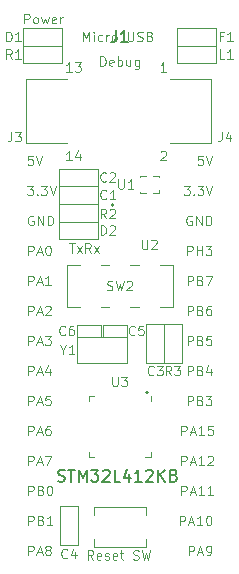
<source format=gto>
G04 #@! TF.GenerationSoftware,KiCad,Pcbnew,(6.0.9)*
G04 #@! TF.CreationDate,2022-12-10T19:39:28+09:00*
G04 #@! TF.ProjectId,EB-STM32L412KB,45422d53-544d-4333-924c-3431324b422e,V2.0*
G04 #@! TF.SameCoordinates,Original*
G04 #@! TF.FileFunction,Legend,Top*
G04 #@! TF.FilePolarity,Positive*
%FSLAX46Y46*%
G04 Gerber Fmt 4.6, Leading zero omitted, Abs format (unit mm)*
G04 Created by KiCad (PCBNEW (6.0.9)) date 2022-12-10 19:39:28*
%MOMM*%
%LPD*%
G01*
G04 APERTURE LIST*
%ADD10C,0.120000*%
%ADD11C,0.150000*%
%ADD12C,0.200000*%
G04 APERTURE END LIST*
D10*
X-2233333Y-33761904D02*
X-2500000Y-33380952D01*
X-2690476Y-33761904D02*
X-2690476Y-32961904D01*
X-2385714Y-32961904D01*
X-2309523Y-33000000D01*
X-2271428Y-33038095D01*
X-2233333Y-33114285D01*
X-2233333Y-33228571D01*
X-2271428Y-33304761D01*
X-2309523Y-33342857D01*
X-2385714Y-33380952D01*
X-2690476Y-33380952D01*
X-1585714Y-33723809D02*
X-1661904Y-33761904D01*
X-1814285Y-33761904D01*
X-1890476Y-33723809D01*
X-1928571Y-33647619D01*
X-1928571Y-33342857D01*
X-1890476Y-33266666D01*
X-1814285Y-33228571D01*
X-1661904Y-33228571D01*
X-1585714Y-33266666D01*
X-1547619Y-33342857D01*
X-1547619Y-33419047D01*
X-1928571Y-33495238D01*
X-1242857Y-33723809D02*
X-1166666Y-33761904D01*
X-1014285Y-33761904D01*
X-938095Y-33723809D01*
X-900000Y-33647619D01*
X-900000Y-33609523D01*
X-938095Y-33533333D01*
X-1014285Y-33495238D01*
X-1128571Y-33495238D01*
X-1204761Y-33457142D01*
X-1242857Y-33380952D01*
X-1242857Y-33342857D01*
X-1204761Y-33266666D01*
X-1128571Y-33228571D01*
X-1014285Y-33228571D01*
X-938095Y-33266666D01*
X-252380Y-33723809D02*
X-328571Y-33761904D01*
X-480952Y-33761904D01*
X-557142Y-33723809D01*
X-595238Y-33647619D01*
X-595238Y-33342857D01*
X-557142Y-33266666D01*
X-480952Y-33228571D01*
X-328571Y-33228571D01*
X-252380Y-33266666D01*
X-214285Y-33342857D01*
X-214285Y-33419047D01*
X-595238Y-33495238D01*
X14285Y-33228571D02*
X319047Y-33228571D01*
X128571Y-32961904D02*
X128571Y-33647619D01*
X166666Y-33723809D01*
X242857Y-33761904D01*
X319047Y-33761904D01*
X1157142Y-33723809D02*
X1271428Y-33761904D01*
X1461904Y-33761904D01*
X1538095Y-33723809D01*
X1576190Y-33685714D01*
X1614285Y-33609523D01*
X1614285Y-33533333D01*
X1576190Y-33457142D01*
X1538095Y-33419047D01*
X1461904Y-33380952D01*
X1309523Y-33342857D01*
X1233333Y-33304761D01*
X1195238Y-33266666D01*
X1157142Y-33190476D01*
X1157142Y-33114285D01*
X1195238Y-33038095D01*
X1233333Y-33000000D01*
X1309523Y-32961904D01*
X1499999Y-32961904D01*
X1614285Y-33000000D01*
X1880952Y-32961904D02*
X2071428Y-33761904D01*
X2223809Y-33190476D01*
X2376190Y-33761904D01*
X2566666Y-32961904D01*
X-8080952Y11638095D02*
X-8080952Y12438095D01*
X-7776190Y12438095D01*
X-7700000Y12400000D01*
X-7661904Y12361904D01*
X-7623809Y12285714D01*
X-7623809Y12171428D01*
X-7661904Y12095238D01*
X-7700000Y12057142D01*
X-7776190Y12019047D01*
X-8080952Y12019047D01*
X-7166666Y11638095D02*
X-7242857Y11676190D01*
X-7280952Y11714285D01*
X-7319047Y11790476D01*
X-7319047Y12019047D01*
X-7280952Y12095238D01*
X-7242857Y12133333D01*
X-7166666Y12171428D01*
X-7052380Y12171428D01*
X-6976190Y12133333D01*
X-6938095Y12095238D01*
X-6900000Y12019047D01*
X-6900000Y11790476D01*
X-6938095Y11714285D01*
X-6976190Y11676190D01*
X-7052380Y11638095D01*
X-7166666Y11638095D01*
X-6633333Y12171428D02*
X-6480952Y11638095D01*
X-6328571Y12019047D01*
X-6176190Y11638095D01*
X-6023809Y12171428D01*
X-5414285Y11676190D02*
X-5490476Y11638095D01*
X-5642857Y11638095D01*
X-5719047Y11676190D01*
X-5757142Y11752380D01*
X-5757142Y12057142D01*
X-5719047Y12133333D01*
X-5642857Y12171428D01*
X-5490476Y12171428D01*
X-5414285Y12133333D01*
X-5376190Y12057142D01*
X-5376190Y11980952D01*
X-5757142Y11904761D01*
X-5033333Y11638095D02*
X-5033333Y12171428D01*
X-5033333Y12019047D02*
X-4995238Y12095238D01*
X-4957142Y12133333D01*
X-4880952Y12171428D01*
X-4804761Y12171428D01*
X-4276190Y-6961904D02*
X-3819047Y-6961904D01*
X-4047619Y-7761904D02*
X-4047619Y-6961904D01*
X-3628571Y-7761904D02*
X-3209523Y-7228571D01*
X-3628571Y-7228571D02*
X-3209523Y-7761904D01*
X-2447619Y-7761904D02*
X-2714285Y-7380952D01*
X-2904761Y-7761904D02*
X-2904761Y-6961904D01*
X-2600000Y-6961904D01*
X-2523809Y-7000000D01*
X-2485714Y-7038095D01*
X-2447619Y-7114285D01*
X-2447619Y-7228571D01*
X-2485714Y-7304761D01*
X-2523809Y-7342857D01*
X-2600000Y-7380952D01*
X-2904761Y-7380952D01*
X-2180952Y-7761904D02*
X-1761904Y-7228571D01*
X-2180952Y-7228571D02*
X-1761904Y-7761904D01*
X-7351571Y438095D02*
X-7732523Y438095D01*
X-7770619Y57142D01*
X-7732523Y95238D01*
X-7656333Y133333D01*
X-7465857Y133333D01*
X-7389666Y95238D01*
X-7351571Y57142D01*
X-7313476Y-19047D01*
X-7313476Y-209523D01*
X-7351571Y-285714D01*
X-7389666Y-323809D01*
X-7465857Y-361904D01*
X-7656333Y-361904D01*
X-7732523Y-323809D01*
X-7770619Y-285714D01*
X-7084904Y438095D02*
X-6818238Y-361904D01*
X-6551571Y438095D01*
X-7808714Y-2101904D02*
X-7313476Y-2101904D01*
X-7580142Y-2406666D01*
X-7465857Y-2406666D01*
X-7389666Y-2444761D01*
X-7351571Y-2482857D01*
X-7313476Y-2559047D01*
X-7313476Y-2749523D01*
X-7351571Y-2825714D01*
X-7389666Y-2863809D01*
X-7465857Y-2901904D01*
X-7694428Y-2901904D01*
X-7770619Y-2863809D01*
X-7808714Y-2825714D01*
X-6970619Y-2825714D02*
X-6932523Y-2863809D01*
X-6970619Y-2901904D01*
X-7008714Y-2863809D01*
X-6970619Y-2825714D01*
X-6970619Y-2901904D01*
X-6665857Y-2101904D02*
X-6170619Y-2101904D01*
X-6437285Y-2406666D01*
X-6323000Y-2406666D01*
X-6246809Y-2444761D01*
X-6208714Y-2482857D01*
X-6170619Y-2559047D01*
X-6170619Y-2749523D01*
X-6208714Y-2825714D01*
X-6246809Y-2863809D01*
X-6323000Y-2901904D01*
X-6551571Y-2901904D01*
X-6627761Y-2863809D01*
X-6665857Y-2825714D01*
X-5942047Y-2101904D02*
X-5675380Y-2901904D01*
X-5408714Y-2101904D01*
X-7313476Y-4680000D02*
X-7389666Y-4641904D01*
X-7503952Y-4641904D01*
X-7618238Y-4680000D01*
X-7694428Y-4756190D01*
X-7732523Y-4832380D01*
X-7770619Y-4984761D01*
X-7770619Y-5099047D01*
X-7732523Y-5251428D01*
X-7694428Y-5327619D01*
X-7618238Y-5403809D01*
X-7503952Y-5441904D01*
X-7427761Y-5441904D01*
X-7313476Y-5403809D01*
X-7275380Y-5365714D01*
X-7275380Y-5099047D01*
X-7427761Y-5099047D01*
X-6932523Y-5441904D02*
X-6932523Y-4641904D01*
X-6475380Y-5441904D01*
X-6475380Y-4641904D01*
X-6094428Y-5441904D02*
X-6094428Y-4641904D01*
X-5903952Y-4641904D01*
X-5789666Y-4680000D01*
X-5713476Y-4756190D01*
X-5675380Y-4832380D01*
X-5637285Y-4984761D01*
X-5637285Y-5099047D01*
X-5675380Y-5251428D01*
X-5713476Y-5327619D01*
X-5789666Y-5403809D01*
X-5903952Y-5441904D01*
X-6094428Y-5441904D01*
X-7732523Y-7981904D02*
X-7732523Y-7181904D01*
X-7427761Y-7181904D01*
X-7351571Y-7220000D01*
X-7313476Y-7258095D01*
X-7275380Y-7334285D01*
X-7275380Y-7448571D01*
X-7313476Y-7524761D01*
X-7351571Y-7562857D01*
X-7427761Y-7600952D01*
X-7732523Y-7600952D01*
X-6970619Y-7753333D02*
X-6589666Y-7753333D01*
X-7046809Y-7981904D02*
X-6780142Y-7181904D01*
X-6513476Y-7981904D01*
X-6094428Y-7181904D02*
X-6018238Y-7181904D01*
X-5942047Y-7220000D01*
X-5903952Y-7258095D01*
X-5865857Y-7334285D01*
X-5827761Y-7486666D01*
X-5827761Y-7677142D01*
X-5865857Y-7829523D01*
X-5903952Y-7905714D01*
X-5942047Y-7943809D01*
X-6018238Y-7981904D01*
X-6094428Y-7981904D01*
X-6170619Y-7943809D01*
X-6208714Y-7905714D01*
X-6246809Y-7829523D01*
X-6284904Y-7677142D01*
X-6284904Y-7486666D01*
X-6246809Y-7334285D01*
X-6208714Y-7258095D01*
X-6170619Y-7220000D01*
X-6094428Y-7181904D01*
X-7732523Y-10521904D02*
X-7732523Y-9721904D01*
X-7427761Y-9721904D01*
X-7351571Y-9760000D01*
X-7313476Y-9798095D01*
X-7275380Y-9874285D01*
X-7275380Y-9988571D01*
X-7313476Y-10064761D01*
X-7351571Y-10102857D01*
X-7427761Y-10140952D01*
X-7732523Y-10140952D01*
X-6970619Y-10293333D02*
X-6589666Y-10293333D01*
X-7046809Y-10521904D02*
X-6780142Y-9721904D01*
X-6513476Y-10521904D01*
X-5827761Y-10521904D02*
X-6284904Y-10521904D01*
X-6056333Y-10521904D02*
X-6056333Y-9721904D01*
X-6132523Y-9836190D01*
X-6208714Y-9912380D01*
X-6284904Y-9950476D01*
X-7732523Y-13061904D02*
X-7732523Y-12261904D01*
X-7427761Y-12261904D01*
X-7351571Y-12300000D01*
X-7313476Y-12338095D01*
X-7275380Y-12414285D01*
X-7275380Y-12528571D01*
X-7313476Y-12604761D01*
X-7351571Y-12642857D01*
X-7427761Y-12680952D01*
X-7732523Y-12680952D01*
X-6970619Y-12833333D02*
X-6589666Y-12833333D01*
X-7046809Y-13061904D02*
X-6780142Y-12261904D01*
X-6513476Y-13061904D01*
X-6284904Y-12338095D02*
X-6246809Y-12300000D01*
X-6170619Y-12261904D01*
X-5980142Y-12261904D01*
X-5903952Y-12300000D01*
X-5865857Y-12338095D01*
X-5827761Y-12414285D01*
X-5827761Y-12490476D01*
X-5865857Y-12604761D01*
X-6323000Y-13061904D01*
X-5827761Y-13061904D01*
X-7732523Y-15601904D02*
X-7732523Y-14801904D01*
X-7427761Y-14801904D01*
X-7351571Y-14840000D01*
X-7313476Y-14878095D01*
X-7275380Y-14954285D01*
X-7275380Y-15068571D01*
X-7313476Y-15144761D01*
X-7351571Y-15182857D01*
X-7427761Y-15220952D01*
X-7732523Y-15220952D01*
X-6970619Y-15373333D02*
X-6589666Y-15373333D01*
X-7046809Y-15601904D02*
X-6780142Y-14801904D01*
X-6513476Y-15601904D01*
X-6323000Y-14801904D02*
X-5827761Y-14801904D01*
X-6094428Y-15106666D01*
X-5980142Y-15106666D01*
X-5903952Y-15144761D01*
X-5865857Y-15182857D01*
X-5827761Y-15259047D01*
X-5827761Y-15449523D01*
X-5865857Y-15525714D01*
X-5903952Y-15563809D01*
X-5980142Y-15601904D01*
X-6208714Y-15601904D01*
X-6284904Y-15563809D01*
X-6323000Y-15525714D01*
X-7732523Y-18141904D02*
X-7732523Y-17341904D01*
X-7427761Y-17341904D01*
X-7351571Y-17380000D01*
X-7313476Y-17418095D01*
X-7275380Y-17494285D01*
X-7275380Y-17608571D01*
X-7313476Y-17684761D01*
X-7351571Y-17722857D01*
X-7427761Y-17760952D01*
X-7732523Y-17760952D01*
X-6970619Y-17913333D02*
X-6589666Y-17913333D01*
X-7046809Y-18141904D02*
X-6780142Y-17341904D01*
X-6513476Y-18141904D01*
X-5903952Y-17608571D02*
X-5903952Y-18141904D01*
X-6094428Y-17303809D02*
X-6284904Y-17875238D01*
X-5789666Y-17875238D01*
X-7732523Y-20681904D02*
X-7732523Y-19881904D01*
X-7427761Y-19881904D01*
X-7351571Y-19920000D01*
X-7313476Y-19958095D01*
X-7275380Y-20034285D01*
X-7275380Y-20148571D01*
X-7313476Y-20224761D01*
X-7351571Y-20262857D01*
X-7427761Y-20300952D01*
X-7732523Y-20300952D01*
X-6970619Y-20453333D02*
X-6589666Y-20453333D01*
X-7046809Y-20681904D02*
X-6780142Y-19881904D01*
X-6513476Y-20681904D01*
X-5865857Y-19881904D02*
X-6246809Y-19881904D01*
X-6284904Y-20262857D01*
X-6246809Y-20224761D01*
X-6170619Y-20186666D01*
X-5980142Y-20186666D01*
X-5903952Y-20224761D01*
X-5865857Y-20262857D01*
X-5827761Y-20339047D01*
X-5827761Y-20529523D01*
X-5865857Y-20605714D01*
X-5903952Y-20643809D01*
X-5980142Y-20681904D01*
X-6170619Y-20681904D01*
X-6246809Y-20643809D01*
X-6284904Y-20605714D01*
X-7732523Y-23221904D02*
X-7732523Y-22421904D01*
X-7427761Y-22421904D01*
X-7351571Y-22460000D01*
X-7313476Y-22498095D01*
X-7275380Y-22574285D01*
X-7275380Y-22688571D01*
X-7313476Y-22764761D01*
X-7351571Y-22802857D01*
X-7427761Y-22840952D01*
X-7732523Y-22840952D01*
X-6970619Y-22993333D02*
X-6589666Y-22993333D01*
X-7046809Y-23221904D02*
X-6780142Y-22421904D01*
X-6513476Y-23221904D01*
X-5903952Y-22421904D02*
X-6056333Y-22421904D01*
X-6132523Y-22460000D01*
X-6170619Y-22498095D01*
X-6246809Y-22612380D01*
X-6284904Y-22764761D01*
X-6284904Y-23069523D01*
X-6246809Y-23145714D01*
X-6208714Y-23183809D01*
X-6132523Y-23221904D01*
X-5980142Y-23221904D01*
X-5903952Y-23183809D01*
X-5865857Y-23145714D01*
X-5827761Y-23069523D01*
X-5827761Y-22879047D01*
X-5865857Y-22802857D01*
X-5903952Y-22764761D01*
X-5980142Y-22726666D01*
X-6132523Y-22726666D01*
X-6208714Y-22764761D01*
X-6246809Y-22802857D01*
X-6284904Y-22879047D01*
X-7732523Y-25761904D02*
X-7732523Y-24961904D01*
X-7427761Y-24961904D01*
X-7351571Y-25000000D01*
X-7313476Y-25038095D01*
X-7275380Y-25114285D01*
X-7275380Y-25228571D01*
X-7313476Y-25304761D01*
X-7351571Y-25342857D01*
X-7427761Y-25380952D01*
X-7732523Y-25380952D01*
X-6970619Y-25533333D02*
X-6589666Y-25533333D01*
X-7046809Y-25761904D02*
X-6780142Y-24961904D01*
X-6513476Y-25761904D01*
X-6323000Y-24961904D02*
X-5789666Y-24961904D01*
X-6132523Y-25761904D01*
X-7732523Y-28301904D02*
X-7732523Y-27501904D01*
X-7427761Y-27501904D01*
X-7351571Y-27540000D01*
X-7313476Y-27578095D01*
X-7275380Y-27654285D01*
X-7275380Y-27768571D01*
X-7313476Y-27844761D01*
X-7351571Y-27882857D01*
X-7427761Y-27920952D01*
X-7732523Y-27920952D01*
X-6665857Y-27882857D02*
X-6551571Y-27920952D01*
X-6513476Y-27959047D01*
X-6475380Y-28035238D01*
X-6475380Y-28149523D01*
X-6513476Y-28225714D01*
X-6551571Y-28263809D01*
X-6627761Y-28301904D01*
X-6932523Y-28301904D01*
X-6932523Y-27501904D01*
X-6665857Y-27501904D01*
X-6589666Y-27540000D01*
X-6551571Y-27578095D01*
X-6513476Y-27654285D01*
X-6513476Y-27730476D01*
X-6551571Y-27806666D01*
X-6589666Y-27844761D01*
X-6665857Y-27882857D01*
X-6932523Y-27882857D01*
X-5980142Y-27501904D02*
X-5903952Y-27501904D01*
X-5827761Y-27540000D01*
X-5789666Y-27578095D01*
X-5751571Y-27654285D01*
X-5713476Y-27806666D01*
X-5713476Y-27997142D01*
X-5751571Y-28149523D01*
X-5789666Y-28225714D01*
X-5827761Y-28263809D01*
X-5903952Y-28301904D01*
X-5980142Y-28301904D01*
X-6056333Y-28263809D01*
X-6094428Y-28225714D01*
X-6132523Y-28149523D01*
X-6170619Y-27997142D01*
X-6170619Y-27806666D01*
X-6132523Y-27654285D01*
X-6094428Y-27578095D01*
X-6056333Y-27540000D01*
X-5980142Y-27501904D01*
X-7732523Y-30841904D02*
X-7732523Y-30041904D01*
X-7427761Y-30041904D01*
X-7351571Y-30080000D01*
X-7313476Y-30118095D01*
X-7275380Y-30194285D01*
X-7275380Y-30308571D01*
X-7313476Y-30384761D01*
X-7351571Y-30422857D01*
X-7427761Y-30460952D01*
X-7732523Y-30460952D01*
X-6665857Y-30422857D02*
X-6551571Y-30460952D01*
X-6513476Y-30499047D01*
X-6475380Y-30575238D01*
X-6475380Y-30689523D01*
X-6513476Y-30765714D01*
X-6551571Y-30803809D01*
X-6627761Y-30841904D01*
X-6932523Y-30841904D01*
X-6932523Y-30041904D01*
X-6665857Y-30041904D01*
X-6589666Y-30080000D01*
X-6551571Y-30118095D01*
X-6513476Y-30194285D01*
X-6513476Y-30270476D01*
X-6551571Y-30346666D01*
X-6589666Y-30384761D01*
X-6665857Y-30422857D01*
X-6932523Y-30422857D01*
X-5713476Y-30841904D02*
X-6170619Y-30841904D01*
X-5942047Y-30841904D02*
X-5942047Y-30041904D01*
X-6018238Y-30156190D01*
X-6094428Y-30232380D01*
X-6170619Y-30270476D01*
X-7732523Y-33381904D02*
X-7732523Y-32581904D01*
X-7427761Y-32581904D01*
X-7351571Y-32620000D01*
X-7313476Y-32658095D01*
X-7275380Y-32734285D01*
X-7275380Y-32848571D01*
X-7313476Y-32924761D01*
X-7351571Y-32962857D01*
X-7427761Y-33000952D01*
X-7732523Y-33000952D01*
X-6970619Y-33153333D02*
X-6589666Y-33153333D01*
X-7046809Y-33381904D02*
X-6780142Y-32581904D01*
X-6513476Y-33381904D01*
X-6132523Y-32924761D02*
X-6208714Y-32886666D01*
X-6246809Y-32848571D01*
X-6284904Y-32772380D01*
X-6284904Y-32734285D01*
X-6246809Y-32658095D01*
X-6208714Y-32620000D01*
X-6132523Y-32581904D01*
X-5980142Y-32581904D01*
X-5903952Y-32620000D01*
X-5865857Y-32658095D01*
X-5827761Y-32734285D01*
X-5827761Y-32772380D01*
X-5865857Y-32848571D01*
X-5903952Y-32886666D01*
X-5980142Y-32924761D01*
X-6132523Y-32924761D01*
X-6208714Y-32962857D01*
X-6246809Y-33000952D01*
X-6284904Y-33077142D01*
X-6284904Y-33229523D01*
X-6246809Y-33305714D01*
X-6208714Y-33343809D01*
X-6132523Y-33381904D01*
X-5980142Y-33381904D01*
X-5903952Y-33343809D01*
X-5865857Y-33305714D01*
X-5827761Y-33229523D01*
X-5827761Y-33077142D01*
X-5865857Y-33000952D01*
X-5903952Y-32962857D01*
X-5980142Y-32924761D01*
X5865857Y-33381904D02*
X5865857Y-32581904D01*
X6170619Y-32581904D01*
X6246809Y-32620000D01*
X6284904Y-32658095D01*
X6323000Y-32734285D01*
X6323000Y-32848571D01*
X6284904Y-32924761D01*
X6246809Y-32962857D01*
X6170619Y-33000952D01*
X5865857Y-33000952D01*
X6627761Y-33153333D02*
X7008714Y-33153333D01*
X6551571Y-33381904D02*
X6818238Y-32581904D01*
X7084904Y-33381904D01*
X7389666Y-33381904D02*
X7542047Y-33381904D01*
X7618238Y-33343809D01*
X7656333Y-33305714D01*
X7732523Y-33191428D01*
X7770619Y-33039047D01*
X7770619Y-32734285D01*
X7732523Y-32658095D01*
X7694428Y-32620000D01*
X7618238Y-32581904D01*
X7465857Y-32581904D01*
X7389666Y-32620000D01*
X7351571Y-32658095D01*
X7313476Y-32734285D01*
X7313476Y-32924761D01*
X7351571Y-33000952D01*
X7389666Y-33039047D01*
X7465857Y-33077142D01*
X7618238Y-33077142D01*
X7694428Y-33039047D01*
X7732523Y-33000952D01*
X7770619Y-32924761D01*
X5103952Y-30841904D02*
X5103952Y-30041904D01*
X5408714Y-30041904D01*
X5484904Y-30080000D01*
X5523000Y-30118095D01*
X5561095Y-30194285D01*
X5561095Y-30308571D01*
X5523000Y-30384761D01*
X5484904Y-30422857D01*
X5408714Y-30460952D01*
X5103952Y-30460952D01*
X5865857Y-30613333D02*
X6246809Y-30613333D01*
X5789666Y-30841904D02*
X6056333Y-30041904D01*
X6323000Y-30841904D01*
X7008714Y-30841904D02*
X6551571Y-30841904D01*
X6780142Y-30841904D02*
X6780142Y-30041904D01*
X6703952Y-30156190D01*
X6627761Y-30232380D01*
X6551571Y-30270476D01*
X7503952Y-30041904D02*
X7580142Y-30041904D01*
X7656333Y-30080000D01*
X7694428Y-30118095D01*
X7732523Y-30194285D01*
X7770619Y-30346666D01*
X7770619Y-30537142D01*
X7732523Y-30689523D01*
X7694428Y-30765714D01*
X7656333Y-30803809D01*
X7580142Y-30841904D01*
X7503952Y-30841904D01*
X7427761Y-30803809D01*
X7389666Y-30765714D01*
X7351571Y-30689523D01*
X7313476Y-30537142D01*
X7313476Y-30346666D01*
X7351571Y-30194285D01*
X7389666Y-30118095D01*
X7427761Y-30080000D01*
X7503952Y-30041904D01*
X5230952Y-28301904D02*
X5230952Y-27501904D01*
X5535714Y-27501904D01*
X5611904Y-27540000D01*
X5650000Y-27578095D01*
X5688095Y-27654285D01*
X5688095Y-27768571D01*
X5650000Y-27844761D01*
X5611904Y-27882857D01*
X5535714Y-27920952D01*
X5230952Y-27920952D01*
X5992857Y-28073333D02*
X6373809Y-28073333D01*
X5916666Y-28301904D02*
X6183333Y-27501904D01*
X6450000Y-28301904D01*
X7135714Y-28301904D02*
X6678571Y-28301904D01*
X6907142Y-28301904D02*
X6907142Y-27501904D01*
X6830952Y-27616190D01*
X6754761Y-27692380D01*
X6678571Y-27730476D01*
X7897619Y-28301904D02*
X7440476Y-28301904D01*
X7669047Y-28301904D02*
X7669047Y-27501904D01*
X7592857Y-27616190D01*
X7516666Y-27692380D01*
X7440476Y-27730476D01*
X5230952Y-25761904D02*
X5230952Y-24961904D01*
X5535714Y-24961904D01*
X5611904Y-25000000D01*
X5650000Y-25038095D01*
X5688095Y-25114285D01*
X5688095Y-25228571D01*
X5650000Y-25304761D01*
X5611904Y-25342857D01*
X5535714Y-25380952D01*
X5230952Y-25380952D01*
X5992857Y-25533333D02*
X6373809Y-25533333D01*
X5916666Y-25761904D02*
X6183333Y-24961904D01*
X6450000Y-25761904D01*
X7135714Y-25761904D02*
X6678571Y-25761904D01*
X6907142Y-25761904D02*
X6907142Y-24961904D01*
X6830952Y-25076190D01*
X6754761Y-25152380D01*
X6678571Y-25190476D01*
X7440476Y-25038095D02*
X7478571Y-25000000D01*
X7554761Y-24961904D01*
X7745238Y-24961904D01*
X7821428Y-25000000D01*
X7859523Y-25038095D01*
X7897619Y-25114285D01*
X7897619Y-25190476D01*
X7859523Y-25304761D01*
X7402380Y-25761904D01*
X7897619Y-25761904D01*
X5230952Y-23221904D02*
X5230952Y-22421904D01*
X5535714Y-22421904D01*
X5611904Y-22460000D01*
X5650000Y-22498095D01*
X5688095Y-22574285D01*
X5688095Y-22688571D01*
X5650000Y-22764761D01*
X5611904Y-22802857D01*
X5535714Y-22840952D01*
X5230952Y-22840952D01*
X5992857Y-22993333D02*
X6373809Y-22993333D01*
X5916666Y-23221904D02*
X6183333Y-22421904D01*
X6450000Y-23221904D01*
X7135714Y-23221904D02*
X6678571Y-23221904D01*
X6907142Y-23221904D02*
X6907142Y-22421904D01*
X6830952Y-22536190D01*
X6754761Y-22612380D01*
X6678571Y-22650476D01*
X7859523Y-22421904D02*
X7478571Y-22421904D01*
X7440476Y-22802857D01*
X7478571Y-22764761D01*
X7554761Y-22726666D01*
X7745238Y-22726666D01*
X7821428Y-22764761D01*
X7859523Y-22802857D01*
X7897619Y-22879047D01*
X7897619Y-23069523D01*
X7859523Y-23145714D01*
X7821428Y-23183809D01*
X7745238Y-23221904D01*
X7554761Y-23221904D01*
X7478571Y-23183809D01*
X7440476Y-23145714D01*
X5751571Y-20681904D02*
X5751571Y-19881904D01*
X6056333Y-19881904D01*
X6132523Y-19920000D01*
X6170619Y-19958095D01*
X6208714Y-20034285D01*
X6208714Y-20148571D01*
X6170619Y-20224761D01*
X6132523Y-20262857D01*
X6056333Y-20300952D01*
X5751571Y-20300952D01*
X6818238Y-20262857D02*
X6932523Y-20300952D01*
X6970619Y-20339047D01*
X7008714Y-20415238D01*
X7008714Y-20529523D01*
X6970619Y-20605714D01*
X6932523Y-20643809D01*
X6856333Y-20681904D01*
X6551571Y-20681904D01*
X6551571Y-19881904D01*
X6818238Y-19881904D01*
X6894428Y-19920000D01*
X6932523Y-19958095D01*
X6970619Y-20034285D01*
X6970619Y-20110476D01*
X6932523Y-20186666D01*
X6894428Y-20224761D01*
X6818238Y-20262857D01*
X6551571Y-20262857D01*
X7275380Y-19881904D02*
X7770619Y-19881904D01*
X7503952Y-20186666D01*
X7618238Y-20186666D01*
X7694428Y-20224761D01*
X7732523Y-20262857D01*
X7770619Y-20339047D01*
X7770619Y-20529523D01*
X7732523Y-20605714D01*
X7694428Y-20643809D01*
X7618238Y-20681904D01*
X7389666Y-20681904D01*
X7313476Y-20643809D01*
X7275380Y-20605714D01*
X5751571Y-18141904D02*
X5751571Y-17341904D01*
X6056333Y-17341904D01*
X6132523Y-17380000D01*
X6170619Y-17418095D01*
X6208714Y-17494285D01*
X6208714Y-17608571D01*
X6170619Y-17684761D01*
X6132523Y-17722857D01*
X6056333Y-17760952D01*
X5751571Y-17760952D01*
X6818238Y-17722857D02*
X6932523Y-17760952D01*
X6970619Y-17799047D01*
X7008714Y-17875238D01*
X7008714Y-17989523D01*
X6970619Y-18065714D01*
X6932523Y-18103809D01*
X6856333Y-18141904D01*
X6551571Y-18141904D01*
X6551571Y-17341904D01*
X6818238Y-17341904D01*
X6894428Y-17380000D01*
X6932523Y-17418095D01*
X6970619Y-17494285D01*
X6970619Y-17570476D01*
X6932523Y-17646666D01*
X6894428Y-17684761D01*
X6818238Y-17722857D01*
X6551571Y-17722857D01*
X7694428Y-17608571D02*
X7694428Y-18141904D01*
X7503952Y-17303809D02*
X7313476Y-17875238D01*
X7808714Y-17875238D01*
X5751571Y-15601904D02*
X5751571Y-14801904D01*
X6056333Y-14801904D01*
X6132523Y-14840000D01*
X6170619Y-14878095D01*
X6208714Y-14954285D01*
X6208714Y-15068571D01*
X6170619Y-15144761D01*
X6132523Y-15182857D01*
X6056333Y-15220952D01*
X5751571Y-15220952D01*
X6818238Y-15182857D02*
X6932523Y-15220952D01*
X6970619Y-15259047D01*
X7008714Y-15335238D01*
X7008714Y-15449523D01*
X6970619Y-15525714D01*
X6932523Y-15563809D01*
X6856333Y-15601904D01*
X6551571Y-15601904D01*
X6551571Y-14801904D01*
X6818238Y-14801904D01*
X6894428Y-14840000D01*
X6932523Y-14878095D01*
X6970619Y-14954285D01*
X6970619Y-15030476D01*
X6932523Y-15106666D01*
X6894428Y-15144761D01*
X6818238Y-15182857D01*
X6551571Y-15182857D01*
X7732523Y-14801904D02*
X7351571Y-14801904D01*
X7313476Y-15182857D01*
X7351571Y-15144761D01*
X7427761Y-15106666D01*
X7618238Y-15106666D01*
X7694428Y-15144761D01*
X7732523Y-15182857D01*
X7770619Y-15259047D01*
X7770619Y-15449523D01*
X7732523Y-15525714D01*
X7694428Y-15563809D01*
X7618238Y-15601904D01*
X7427761Y-15601904D01*
X7351571Y-15563809D01*
X7313476Y-15525714D01*
X5713476Y-7981904D02*
X5713476Y-7181904D01*
X6018238Y-7181904D01*
X6094428Y-7220000D01*
X6132523Y-7258095D01*
X6170619Y-7334285D01*
X6170619Y-7448571D01*
X6132523Y-7524761D01*
X6094428Y-7562857D01*
X6018238Y-7600952D01*
X5713476Y-7600952D01*
X6513476Y-7981904D02*
X6513476Y-7181904D01*
X6513476Y-7562857D02*
X6970619Y-7562857D01*
X6970619Y-7981904D02*
X6970619Y-7181904D01*
X7275380Y-7181904D02*
X7770619Y-7181904D01*
X7503952Y-7486666D01*
X7618238Y-7486666D01*
X7694428Y-7524761D01*
X7732523Y-7562857D01*
X7770619Y-7639047D01*
X7770619Y-7829523D01*
X7732523Y-7905714D01*
X7694428Y-7943809D01*
X7618238Y-7981904D01*
X7389666Y-7981904D01*
X7313476Y-7943809D01*
X7275380Y-7905714D01*
X6094428Y-4680000D02*
X6018238Y-4641904D01*
X5903952Y-4641904D01*
X5789666Y-4680000D01*
X5713476Y-4756190D01*
X5675380Y-4832380D01*
X5637285Y-4984761D01*
X5637285Y-5099047D01*
X5675380Y-5251428D01*
X5713476Y-5327619D01*
X5789666Y-5403809D01*
X5903952Y-5441904D01*
X5980142Y-5441904D01*
X6094428Y-5403809D01*
X6132523Y-5365714D01*
X6132523Y-5099047D01*
X5980142Y-5099047D01*
X6475380Y-5441904D02*
X6475380Y-4641904D01*
X6932523Y-5441904D01*
X6932523Y-4641904D01*
X7313476Y-5441904D02*
X7313476Y-4641904D01*
X7503952Y-4641904D01*
X7618238Y-4680000D01*
X7694428Y-4756190D01*
X7732523Y-4832380D01*
X7770619Y-4984761D01*
X7770619Y-5099047D01*
X7732523Y-5251428D01*
X7694428Y-5327619D01*
X7618238Y-5403809D01*
X7503952Y-5441904D01*
X7313476Y-5441904D01*
X5446809Y-2101904D02*
X5942047Y-2101904D01*
X5675380Y-2406666D01*
X5789666Y-2406666D01*
X5865857Y-2444761D01*
X5903952Y-2482857D01*
X5942047Y-2559047D01*
X5942047Y-2749523D01*
X5903952Y-2825714D01*
X5865857Y-2863809D01*
X5789666Y-2901904D01*
X5561095Y-2901904D01*
X5484904Y-2863809D01*
X5446809Y-2825714D01*
X6284904Y-2825714D02*
X6323000Y-2863809D01*
X6284904Y-2901904D01*
X6246809Y-2863809D01*
X6284904Y-2825714D01*
X6284904Y-2901904D01*
X6589666Y-2101904D02*
X7084904Y-2101904D01*
X6818238Y-2406666D01*
X6932523Y-2406666D01*
X7008714Y-2444761D01*
X7046809Y-2482857D01*
X7084904Y-2559047D01*
X7084904Y-2749523D01*
X7046809Y-2825714D01*
X7008714Y-2863809D01*
X6932523Y-2901904D01*
X6703952Y-2901904D01*
X6627761Y-2863809D01*
X6589666Y-2825714D01*
X7313476Y-2101904D02*
X7580142Y-2901904D01*
X7846809Y-2101904D01*
X7046809Y438095D02*
X6665857Y438095D01*
X6627761Y57142D01*
X6665857Y95238D01*
X6742047Y133333D01*
X6932523Y133333D01*
X7008714Y95238D01*
X7046809Y57142D01*
X7084904Y-19047D01*
X7084904Y-209523D01*
X7046809Y-285714D01*
X7008714Y-323809D01*
X6932523Y-361904D01*
X6742047Y-361904D01*
X6665857Y-323809D01*
X6627761Y-285714D01*
X7313476Y438095D02*
X7580142Y-361904D01*
X7846809Y438095D01*
X5751571Y-10521904D02*
X5751571Y-9721904D01*
X6056333Y-9721904D01*
X6132523Y-9760000D01*
X6170619Y-9798095D01*
X6208714Y-9874285D01*
X6208714Y-9988571D01*
X6170619Y-10064761D01*
X6132523Y-10102857D01*
X6056333Y-10140952D01*
X5751571Y-10140952D01*
X6818238Y-10102857D02*
X6932523Y-10140952D01*
X6970619Y-10179047D01*
X7008714Y-10255238D01*
X7008714Y-10369523D01*
X6970619Y-10445714D01*
X6932523Y-10483809D01*
X6856333Y-10521904D01*
X6551571Y-10521904D01*
X6551571Y-9721904D01*
X6818238Y-9721904D01*
X6894428Y-9760000D01*
X6932523Y-9798095D01*
X6970619Y-9874285D01*
X6970619Y-9950476D01*
X6932523Y-10026666D01*
X6894428Y-10064761D01*
X6818238Y-10102857D01*
X6551571Y-10102857D01*
X7275380Y-9721904D02*
X7808714Y-9721904D01*
X7465857Y-10521904D01*
D11*
X-5223809Y-27104761D02*
X-5080952Y-27152380D01*
X-4842857Y-27152380D01*
X-4747619Y-27104761D01*
X-4700000Y-27057142D01*
X-4652380Y-26961904D01*
X-4652380Y-26866666D01*
X-4700000Y-26771428D01*
X-4747619Y-26723809D01*
X-4842857Y-26676190D01*
X-5033333Y-26628571D01*
X-5128571Y-26580952D01*
X-5176190Y-26533333D01*
X-5223809Y-26438095D01*
X-5223809Y-26342857D01*
X-5176190Y-26247619D01*
X-5128571Y-26200000D01*
X-5033333Y-26152380D01*
X-4795238Y-26152380D01*
X-4652380Y-26200000D01*
X-4366666Y-26152380D02*
X-3795238Y-26152380D01*
X-4080952Y-27152380D02*
X-4080952Y-26152380D01*
X-3461904Y-27152380D02*
X-3461904Y-26152380D01*
X-3128571Y-26866666D01*
X-2795238Y-26152380D01*
X-2795238Y-27152380D01*
X-2414285Y-26152380D02*
X-1795238Y-26152380D01*
X-2128571Y-26533333D01*
X-1985714Y-26533333D01*
X-1890476Y-26580952D01*
X-1842857Y-26628571D01*
X-1795238Y-26723809D01*
X-1795238Y-26961904D01*
X-1842857Y-27057142D01*
X-1890476Y-27104761D01*
X-1985714Y-27152380D01*
X-2271428Y-27152380D01*
X-2366666Y-27104761D01*
X-2414285Y-27057142D01*
X-1414285Y-26247619D02*
X-1366666Y-26200000D01*
X-1271428Y-26152380D01*
X-1033333Y-26152380D01*
X-938095Y-26200000D01*
X-890476Y-26247619D01*
X-842857Y-26342857D01*
X-842857Y-26438095D01*
X-890476Y-26580952D01*
X-1461904Y-27152380D01*
X-842857Y-27152380D01*
X61904Y-27152380D02*
X-414285Y-27152380D01*
X-414285Y-26152380D01*
X823809Y-26485714D02*
X823809Y-27152380D01*
X585714Y-26104761D02*
X347619Y-26819047D01*
X966666Y-26819047D01*
X1871428Y-27152380D02*
X1299999Y-27152380D01*
X1585714Y-27152380D02*
X1585714Y-26152380D01*
X1490476Y-26295238D01*
X1395238Y-26390476D01*
X1299999Y-26438095D01*
X2252380Y-26247619D02*
X2299999Y-26200000D01*
X2395238Y-26152380D01*
X2633333Y-26152380D01*
X2728571Y-26200000D01*
X2776190Y-26247619D01*
X2823809Y-26342857D01*
X2823809Y-26438095D01*
X2776190Y-26580952D01*
X2204761Y-27152380D01*
X2823809Y-27152380D01*
X3252380Y-27152380D02*
X3252380Y-26152380D01*
X3823809Y-27152380D02*
X3395238Y-26580952D01*
X3823809Y-26152380D02*
X3252380Y-26723809D01*
X4585714Y-26628571D02*
X4728571Y-26676190D01*
X4776190Y-26723809D01*
X4823809Y-26819047D01*
X4823809Y-26961904D01*
X4776190Y-27057142D01*
X4728571Y-27104761D01*
X4633333Y-27152380D01*
X4252380Y-27152380D01*
X4252380Y-26152380D01*
X4585714Y-26152380D01*
X4680952Y-26200000D01*
X4728571Y-26247619D01*
X4776190Y-26342857D01*
X4776190Y-26438095D01*
X4728571Y-26533333D01*
X4680952Y-26580952D01*
X4585714Y-26628571D01*
X4252380Y-26628571D01*
D10*
X5751571Y-13061904D02*
X5751571Y-12261904D01*
X6056333Y-12261904D01*
X6132523Y-12300000D01*
X6170619Y-12338095D01*
X6208714Y-12414285D01*
X6208714Y-12528571D01*
X6170619Y-12604761D01*
X6132523Y-12642857D01*
X6056333Y-12680952D01*
X5751571Y-12680952D01*
X6818238Y-12642857D02*
X6932523Y-12680952D01*
X6970619Y-12719047D01*
X7008714Y-12795238D01*
X7008714Y-12909523D01*
X6970619Y-12985714D01*
X6932523Y-13023809D01*
X6856333Y-13061904D01*
X6551571Y-13061904D01*
X6551571Y-12261904D01*
X6818238Y-12261904D01*
X6894428Y-12300000D01*
X6932523Y-12338095D01*
X6970619Y-12414285D01*
X6970619Y-12490476D01*
X6932523Y-12566666D01*
X6894428Y-12604761D01*
X6818238Y-12642857D01*
X6551571Y-12642857D01*
X7694428Y-12261904D02*
X7542047Y-12261904D01*
X7465857Y-12300000D01*
X7427761Y-12338095D01*
X7351571Y-12452380D01*
X7313476Y-12604761D01*
X7313476Y-12909523D01*
X7351571Y-12985714D01*
X7389666Y-13023809D01*
X7465857Y-13061904D01*
X7618238Y-13061904D01*
X7694428Y-13023809D01*
X7732523Y-12985714D01*
X7770619Y-12909523D01*
X7770619Y-12719047D01*
X7732523Y-12642857D01*
X7694428Y-12604761D01*
X7618238Y-12566666D01*
X7465857Y-12566666D01*
X7389666Y-12604761D01*
X7351571Y-12642857D01*
X7313476Y-12719047D01*
X-3114285Y10138095D02*
X-3114285Y10938095D01*
X-2847619Y10366666D01*
X-2580952Y10938095D01*
X-2580952Y10138095D01*
X-2200000Y10138095D02*
X-2200000Y10671428D01*
X-2200000Y10938095D02*
X-2238095Y10900000D01*
X-2200000Y10861904D01*
X-2161904Y10900000D01*
X-2200000Y10938095D01*
X-2200000Y10861904D01*
X-1476190Y10176190D02*
X-1552380Y10138095D01*
X-1704761Y10138095D01*
X-1780952Y10176190D01*
X-1819047Y10214285D01*
X-1857142Y10290476D01*
X-1857142Y10519047D01*
X-1819047Y10595238D01*
X-1780952Y10633333D01*
X-1704761Y10671428D01*
X-1552380Y10671428D01*
X-1476190Y10633333D01*
X-1133333Y10138095D02*
X-1133333Y10671428D01*
X-1133333Y10519047D02*
X-1095238Y10595238D01*
X-1057142Y10633333D01*
X-980952Y10671428D01*
X-904761Y10671428D01*
X-523809Y10138095D02*
X-600000Y10176190D01*
X-638095Y10214285D01*
X-676190Y10290476D01*
X-676190Y10519047D01*
X-638095Y10595238D01*
X-600000Y10633333D01*
X-523809Y10671428D01*
X-409523Y10671428D01*
X-333333Y10633333D01*
X-295238Y10595238D01*
X-257142Y10519047D01*
X-257142Y10290476D01*
X-295238Y10214285D01*
X-333333Y10176190D01*
X-409523Y10138095D01*
X-523809Y10138095D01*
X695238Y10938095D02*
X695238Y10290476D01*
X733333Y10214285D01*
X771428Y10176190D01*
X847619Y10138095D01*
X1000000Y10138095D01*
X1076190Y10176190D01*
X1114285Y10214285D01*
X1152380Y10290476D01*
X1152380Y10938095D01*
X1495238Y10176190D02*
X1609523Y10138095D01*
X1800000Y10138095D01*
X1876190Y10176190D01*
X1914285Y10214285D01*
X1952380Y10290476D01*
X1952380Y10366666D01*
X1914285Y10442857D01*
X1876190Y10480952D01*
X1800000Y10519047D01*
X1647619Y10557142D01*
X1571428Y10595238D01*
X1533333Y10633333D01*
X1495238Y10709523D01*
X1495238Y10785714D01*
X1533333Y10861904D01*
X1571428Y10900000D01*
X1647619Y10938095D01*
X1838095Y10938095D01*
X1952380Y10900000D01*
X2561904Y10557142D02*
X2676190Y10519047D01*
X2714285Y10480952D01*
X2752380Y10404761D01*
X2752380Y10290476D01*
X2714285Y10214285D01*
X2676190Y10176190D01*
X2600000Y10138095D01*
X2295238Y10138095D01*
X2295238Y10938095D01*
X2561904Y10938095D01*
X2638095Y10900000D01*
X2676190Y10861904D01*
X2714285Y10785714D01*
X2714285Y10709523D01*
X2676190Y10633333D01*
X2638095Y10595238D01*
X2561904Y10557142D01*
X2295238Y10557142D01*
X-1638095Y8038095D02*
X-1638095Y8838095D01*
X-1447619Y8838095D01*
X-1333333Y8800000D01*
X-1257142Y8723809D01*
X-1219047Y8647619D01*
X-1180952Y8495238D01*
X-1180952Y8380952D01*
X-1219047Y8228571D01*
X-1257142Y8152380D01*
X-1333333Y8076190D01*
X-1447619Y8038095D01*
X-1638095Y8038095D01*
X-533333Y8076190D02*
X-609523Y8038095D01*
X-761904Y8038095D01*
X-838095Y8076190D01*
X-876190Y8152380D01*
X-876190Y8457142D01*
X-838095Y8533333D01*
X-761904Y8571428D01*
X-609523Y8571428D01*
X-533333Y8533333D01*
X-495238Y8457142D01*
X-495238Y8380952D01*
X-876190Y8304761D01*
X-152380Y8038095D02*
X-152380Y8838095D01*
X-152380Y8533333D02*
X-76190Y8571428D01*
X76190Y8571428D01*
X152380Y8533333D01*
X190476Y8495238D01*
X228571Y8419047D01*
X228571Y8190476D01*
X190476Y8114285D01*
X152380Y8076190D01*
X76190Y8038095D01*
X-76190Y8038095D01*
X-152380Y8076190D01*
X914285Y8571428D02*
X914285Y8038095D01*
X571428Y8571428D02*
X571428Y8152380D01*
X609523Y8076190D01*
X685714Y8038095D01*
X799999Y8038095D01*
X876190Y8076190D01*
X914285Y8114285D01*
X1638095Y8571428D02*
X1638095Y7923809D01*
X1599999Y7847619D01*
X1561904Y7809523D01*
X1485714Y7771428D01*
X1371428Y7771428D01*
X1295238Y7809523D01*
X1638095Y8076190D02*
X1561904Y8038095D01*
X1409523Y8038095D01*
X1333333Y8076190D01*
X1295238Y8114285D01*
X1257142Y8190476D01*
X1257142Y8419047D01*
X1295238Y8495238D01*
X1333333Y8533333D01*
X1409523Y8571428D01*
X1561904Y8571428D01*
X1638095Y8533333D01*
X-1133333Y-3185714D02*
X-1171428Y-3223809D01*
X-1285714Y-3261904D01*
X-1361904Y-3261904D01*
X-1476190Y-3223809D01*
X-1552380Y-3147619D01*
X-1590476Y-3071428D01*
X-1628571Y-2919047D01*
X-1628571Y-2804761D01*
X-1590476Y-2652380D01*
X-1552380Y-2576190D01*
X-1476190Y-2500000D01*
X-1361904Y-2461904D01*
X-1285714Y-2461904D01*
X-1171428Y-2500000D01*
X-1133333Y-2538095D01*
X-371428Y-3261904D02*
X-828571Y-3261904D01*
X-600000Y-3261904D02*
X-600000Y-2461904D01*
X-676190Y-2576190D01*
X-752380Y-2652380D01*
X-828571Y-2690476D01*
X-1133333Y-1685714D02*
X-1171428Y-1723809D01*
X-1285714Y-1761904D01*
X-1361904Y-1761904D01*
X-1476190Y-1723809D01*
X-1552380Y-1647619D01*
X-1590476Y-1571428D01*
X-1628571Y-1419047D01*
X-1628571Y-1304761D01*
X-1590476Y-1152380D01*
X-1552380Y-1076190D01*
X-1476190Y-1000000D01*
X-1361904Y-961904D01*
X-1285714Y-961904D01*
X-1171428Y-1000000D01*
X-1133333Y-1038095D01*
X-828571Y-1038095D02*
X-790476Y-1000000D01*
X-714285Y-961904D01*
X-523809Y-961904D01*
X-447619Y-1000000D01*
X-409523Y-1038095D01*
X-371428Y-1114285D01*
X-371428Y-1190476D01*
X-409523Y-1304761D01*
X-866666Y-1761904D01*
X-371428Y-1761904D01*
X2866666Y-18085714D02*
X2828571Y-18123809D01*
X2714285Y-18161904D01*
X2638095Y-18161904D01*
X2523809Y-18123809D01*
X2447619Y-18047619D01*
X2409523Y-17971428D01*
X2371428Y-17819047D01*
X2371428Y-17704761D01*
X2409523Y-17552380D01*
X2447619Y-17476190D01*
X2523809Y-17400000D01*
X2638095Y-17361904D01*
X2714285Y-17361904D01*
X2828571Y-17400000D01*
X2866666Y-17438095D01*
X3133333Y-17361904D02*
X3628571Y-17361904D01*
X3361904Y-17666666D01*
X3476190Y-17666666D01*
X3552380Y-17704761D01*
X3590476Y-17742857D01*
X3628571Y-17819047D01*
X3628571Y-18009523D01*
X3590476Y-18085714D01*
X3552380Y-18123809D01*
X3476190Y-18161904D01*
X3247619Y-18161904D01*
X3171428Y-18123809D01*
X3133333Y-18085714D01*
X-4433333Y-33585714D02*
X-4471428Y-33623809D01*
X-4585714Y-33661904D01*
X-4661904Y-33661904D01*
X-4776190Y-33623809D01*
X-4852380Y-33547619D01*
X-4890476Y-33471428D01*
X-4928571Y-33319047D01*
X-4928571Y-33204761D01*
X-4890476Y-33052380D01*
X-4852380Y-32976190D01*
X-4776190Y-32900000D01*
X-4661904Y-32861904D01*
X-4585714Y-32861904D01*
X-4471428Y-32900000D01*
X-4433333Y-32938095D01*
X-3747619Y-33128571D02*
X-3747619Y-33661904D01*
X-3938095Y-32823809D02*
X-4128571Y-33395238D01*
X-3633333Y-33395238D01*
X1266666Y-14685714D02*
X1228571Y-14723809D01*
X1114285Y-14761904D01*
X1038095Y-14761904D01*
X923809Y-14723809D01*
X847619Y-14647619D01*
X809523Y-14571428D01*
X771428Y-14419047D01*
X771428Y-14304761D01*
X809523Y-14152380D01*
X847619Y-14076190D01*
X923809Y-14000000D01*
X1038095Y-13961904D01*
X1114285Y-13961904D01*
X1228571Y-14000000D01*
X1266666Y-14038095D01*
X1990476Y-13961904D02*
X1609523Y-13961904D01*
X1571428Y-14342857D01*
X1609523Y-14304761D01*
X1685714Y-14266666D01*
X1876190Y-14266666D01*
X1952380Y-14304761D01*
X1990476Y-14342857D01*
X2028571Y-14419047D01*
X2028571Y-14609523D01*
X1990476Y-14685714D01*
X1952380Y-14723809D01*
X1876190Y-14761904D01*
X1685714Y-14761904D01*
X1609523Y-14723809D01*
X1571428Y-14685714D01*
X-4633333Y-14685714D02*
X-4671428Y-14723809D01*
X-4785714Y-14761904D01*
X-4861904Y-14761904D01*
X-4976190Y-14723809D01*
X-5052380Y-14647619D01*
X-5090476Y-14571428D01*
X-5128571Y-14419047D01*
X-5128571Y-14304761D01*
X-5090476Y-14152380D01*
X-5052380Y-14076190D01*
X-4976190Y-14000000D01*
X-4861904Y-13961904D01*
X-4785714Y-13961904D01*
X-4671428Y-14000000D01*
X-4633333Y-14038095D01*
X-3947619Y-13961904D02*
X-4099999Y-13961904D01*
X-4176190Y-14000000D01*
X-4214285Y-14038095D01*
X-4290476Y-14152380D01*
X-4328571Y-14304761D01*
X-4328571Y-14609523D01*
X-4290476Y-14685714D01*
X-4252380Y-14723809D01*
X-4176190Y-14761904D01*
X-4023809Y-14761904D01*
X-3947619Y-14723809D01*
X-3909523Y-14685714D01*
X-3871428Y-14609523D01*
X-3871428Y-14419047D01*
X-3909523Y-14342857D01*
X-3947619Y-14304761D01*
X-4023809Y-14266666D01*
X-4176190Y-14266666D01*
X-4252380Y-14304761D01*
X-4290476Y-14342857D01*
X-4328571Y-14419047D01*
X-9590476Y10138095D02*
X-9590476Y10938095D01*
X-9400000Y10938095D01*
X-9285714Y10900000D01*
X-9209523Y10823809D01*
X-9171428Y10747619D01*
X-9133333Y10595238D01*
X-9133333Y10480952D01*
X-9171428Y10328571D01*
X-9209523Y10252380D01*
X-9285714Y10176190D01*
X-9400000Y10138095D01*
X-9590476Y10138095D01*
X-8371428Y10138095D02*
X-8828571Y10138095D01*
X-8600000Y10138095D02*
X-8600000Y10938095D01*
X-8676190Y10823809D01*
X-8752380Y10747619D01*
X-8828571Y10709523D01*
X-1590476Y-6261904D02*
X-1590476Y-5461904D01*
X-1400000Y-5461904D01*
X-1285714Y-5500000D01*
X-1209523Y-5576190D01*
X-1171428Y-5652380D01*
X-1133333Y-5804761D01*
X-1133333Y-5919047D01*
X-1171428Y-6071428D01*
X-1209523Y-6147619D01*
X-1285714Y-6223809D01*
X-1400000Y-6261904D01*
X-1590476Y-6261904D01*
X-828571Y-5538095D02*
X-790476Y-5500000D01*
X-714285Y-5461904D01*
X-523809Y-5461904D01*
X-447619Y-5500000D01*
X-409523Y-5538095D01*
X-371428Y-5614285D01*
X-371428Y-5690476D01*
X-409523Y-5804761D01*
X-866666Y-6261904D01*
X-371428Y-6261904D01*
X8733333Y10557142D02*
X8466666Y10557142D01*
X8466666Y10138095D02*
X8466666Y10938095D01*
X8847619Y10938095D01*
X9571428Y10138095D02*
X9114285Y10138095D01*
X9342857Y10138095D02*
X9342857Y10938095D01*
X9266666Y10823809D01*
X9190476Y10747619D01*
X9114285Y10709523D01*
D11*
X-333333Y11047619D02*
X-333333Y10333333D01*
X-380952Y10190476D01*
X-476190Y10095238D01*
X-619047Y10047619D01*
X-714285Y10047619D01*
X666666Y10047619D02*
X95238Y10047619D01*
X380952Y10047619D02*
X380952Y11047619D01*
X285714Y10904761D01*
X190476Y10809523D01*
X95238Y10761904D01*
D10*
X3928571Y7538095D02*
X3471428Y7538095D01*
X3700000Y7538095D02*
X3700000Y8338095D01*
X3623809Y8223809D01*
X3547619Y8147619D01*
X3471428Y8109523D01*
X-4052380Y38095D02*
X-4509523Y38095D01*
X-4280952Y38095D02*
X-4280952Y838095D01*
X-4357142Y723809D01*
X-4433333Y647619D01*
X-4509523Y609523D01*
X-3366666Y571428D02*
X-3366666Y38095D01*
X-3557142Y876190D02*
X-3747619Y304761D01*
X-3252380Y304761D01*
X-4052380Y7538095D02*
X-4509523Y7538095D01*
X-4280952Y7538095D02*
X-4280952Y8338095D01*
X-4357142Y8223809D01*
X-4433333Y8147619D01*
X-4509523Y8109523D01*
X-3785714Y8338095D02*
X-3290476Y8338095D01*
X-3557142Y8033333D01*
X-3442857Y8033333D01*
X-3366666Y7995238D01*
X-3328571Y7957142D01*
X-3290476Y7880952D01*
X-3290476Y7690476D01*
X-3328571Y7614285D01*
X-3366666Y7576190D01*
X-3442857Y7538095D01*
X-3671428Y7538095D01*
X-3747619Y7576190D01*
X-3785714Y7614285D01*
X3471428Y761904D02*
X3509523Y800000D01*
X3585714Y838095D01*
X3776190Y838095D01*
X3852380Y800000D01*
X3890476Y761904D01*
X3928571Y685714D01*
X3928571Y609523D01*
X3890476Y495238D01*
X3433333Y38095D01*
X3928571Y38095D01*
X8866666Y8638095D02*
X8485714Y8638095D01*
X8485714Y9438095D01*
X9552380Y8638095D02*
X9095238Y8638095D01*
X9323809Y8638095D02*
X9323809Y9438095D01*
X9247619Y9323809D01*
X9171428Y9247619D01*
X9095238Y9209523D01*
X-9133333Y8638095D02*
X-9400000Y9019047D01*
X-9590476Y8638095D02*
X-9590476Y9438095D01*
X-9285714Y9438095D01*
X-9209523Y9400000D01*
X-9171428Y9361904D01*
X-9133333Y9285714D01*
X-9133333Y9171428D01*
X-9171428Y9095238D01*
X-9209523Y9057142D01*
X-9285714Y9019047D01*
X-9590476Y9019047D01*
X-8371428Y8638095D02*
X-8828571Y8638095D01*
X-8600000Y8638095D02*
X-8600000Y9438095D01*
X-8676190Y9323809D01*
X-8752380Y9247619D01*
X-8828571Y9209523D01*
X-1133333Y-4861904D02*
X-1400000Y-4480952D01*
X-1590476Y-4861904D02*
X-1590476Y-4061904D01*
X-1285714Y-4061904D01*
X-1209523Y-4100000D01*
X-1171428Y-4138095D01*
X-1133333Y-4214285D01*
X-1133333Y-4328571D01*
X-1171428Y-4404761D01*
X-1209523Y-4442857D01*
X-1285714Y-4480952D01*
X-1590476Y-4480952D01*
X-828571Y-4138095D02*
X-790476Y-4100000D01*
X-714285Y-4061904D01*
X-523809Y-4061904D01*
X-447619Y-4100000D01*
X-409523Y-4138095D01*
X-371428Y-4214285D01*
X-371428Y-4290476D01*
X-409523Y-4404761D01*
X-866666Y-4861904D01*
X-371428Y-4861904D01*
X-109523Y-1561904D02*
X-109523Y-2209523D01*
X-71428Y-2285714D01*
X-33333Y-2323809D01*
X42857Y-2361904D01*
X195238Y-2361904D01*
X271428Y-2323809D01*
X309523Y-2285714D01*
X347619Y-2209523D01*
X347619Y-1561904D01*
X1147619Y-2361904D02*
X690476Y-2361904D01*
X919047Y-2361904D02*
X919047Y-1561904D01*
X842857Y-1676190D01*
X766666Y-1752380D01*
X690476Y-1790476D01*
X1890476Y-6661904D02*
X1890476Y-7309523D01*
X1928571Y-7385714D01*
X1966666Y-7423809D01*
X2042857Y-7461904D01*
X2195238Y-7461904D01*
X2271428Y-7423809D01*
X2309523Y-7385714D01*
X2347619Y-7309523D01*
X2347619Y-6661904D01*
X2690476Y-6738095D02*
X2728571Y-6700000D01*
X2804761Y-6661904D01*
X2995238Y-6661904D01*
X3071428Y-6700000D01*
X3109523Y-6738095D01*
X3147619Y-6814285D01*
X3147619Y-6890476D01*
X3109523Y-7004761D01*
X2652380Y-7461904D01*
X3147619Y-7461904D01*
X-609523Y-18261904D02*
X-609523Y-18909523D01*
X-571428Y-18985714D01*
X-533333Y-19023809D01*
X-457142Y-19061904D01*
X-304761Y-19061904D01*
X-228571Y-19023809D01*
X-190476Y-18985714D01*
X-152380Y-18909523D01*
X-152380Y-18261904D01*
X152380Y-18261904D02*
X647619Y-18261904D01*
X380952Y-18566666D01*
X495238Y-18566666D01*
X571428Y-18604761D01*
X609523Y-18642857D01*
X647619Y-18719047D01*
X647619Y-18909523D01*
X609523Y-18985714D01*
X571428Y-19023809D01*
X495238Y-19061904D01*
X266666Y-19061904D01*
X190476Y-19023809D01*
X152380Y-18985714D01*
X-4780952Y-15980952D02*
X-4780952Y-16361904D01*
X-5047619Y-15561904D02*
X-4780952Y-15980952D01*
X-4514285Y-15561904D01*
X-3828571Y-16361904D02*
X-4285714Y-16361904D01*
X-4057142Y-16361904D02*
X-4057142Y-15561904D01*
X-4133333Y-15676190D01*
X-4209523Y-15752380D01*
X-4285714Y-15790476D01*
X-9166666Y2438095D02*
X-9166666Y1866666D01*
X-9204761Y1752380D01*
X-9280952Y1676190D01*
X-9395238Y1638095D01*
X-9471428Y1638095D01*
X-8861904Y2438095D02*
X-8366666Y2438095D01*
X-8633333Y2133333D01*
X-8519047Y2133333D01*
X-8442857Y2095238D01*
X-8404761Y2057142D01*
X-8366666Y1980952D01*
X-8366666Y1790476D01*
X-8404761Y1714285D01*
X-8442857Y1676190D01*
X-8519047Y1638095D01*
X-8747619Y1638095D01*
X-8823809Y1676190D01*
X-8861904Y1714285D01*
X-1066666Y-10923809D02*
X-952380Y-10961904D01*
X-761904Y-10961904D01*
X-685714Y-10923809D01*
X-647619Y-10885714D01*
X-609523Y-10809523D01*
X-609523Y-10733333D01*
X-647619Y-10657142D01*
X-685714Y-10619047D01*
X-761904Y-10580952D01*
X-914285Y-10542857D01*
X-990476Y-10504761D01*
X-1028571Y-10466666D01*
X-1066666Y-10390476D01*
X-1066666Y-10314285D01*
X-1028571Y-10238095D01*
X-990476Y-10200000D01*
X-914285Y-10161904D01*
X-723809Y-10161904D01*
X-609523Y-10200000D01*
X-342857Y-10161904D02*
X-152380Y-10961904D01*
X0Y-10390476D01*
X152380Y-10961904D01*
X342857Y-10161904D01*
X609523Y-10238095D02*
X647619Y-10200000D01*
X723809Y-10161904D01*
X914285Y-10161904D01*
X990476Y-10200000D01*
X1028571Y-10238095D01*
X1066666Y-10314285D01*
X1066666Y-10390476D01*
X1028571Y-10504761D01*
X571428Y-10961904D01*
X1066666Y-10961904D01*
X4366666Y-18161904D02*
X4100000Y-17780952D01*
X3909523Y-18161904D02*
X3909523Y-17361904D01*
X4214285Y-17361904D01*
X4290476Y-17400000D01*
X4328571Y-17438095D01*
X4366666Y-17514285D01*
X4366666Y-17628571D01*
X4328571Y-17704761D01*
X4290476Y-17742857D01*
X4214285Y-17780952D01*
X3909523Y-17780952D01*
X4633333Y-17361904D02*
X5128571Y-17361904D01*
X4861904Y-17666666D01*
X4976190Y-17666666D01*
X5052380Y-17704761D01*
X5090476Y-17742857D01*
X5128571Y-17819047D01*
X5128571Y-18009523D01*
X5090476Y-18085714D01*
X5052380Y-18123809D01*
X4976190Y-18161904D01*
X4747619Y-18161904D01*
X4671428Y-18123809D01*
X4633333Y-18085714D01*
X8623333Y2438095D02*
X8623333Y1866666D01*
X8585238Y1752380D01*
X8509047Y1676190D01*
X8394761Y1638095D01*
X8318571Y1638095D01*
X9347142Y2171428D02*
X9347142Y1638095D01*
X9156666Y2476190D02*
X8966190Y1904761D01*
X9461428Y1904761D01*
X-1850000Y-3650000D02*
X-5150000Y-3650000D01*
X-1850000Y-3650000D02*
X-1850000Y-2150000D01*
X-5150000Y-3650000D02*
X-5150000Y-2150000D01*
X-1850000Y-2150000D02*
X-5150000Y-2150000D01*
X-1850000Y-650000D02*
X-5150000Y-650000D01*
X-1850000Y-2150000D02*
X-1850000Y-650000D01*
X-1850000Y-2150000D02*
X-5150000Y-2150000D01*
X-5150000Y-2150000D02*
X-5150000Y-650000D01*
X3750000Y-13850000D02*
X3750000Y-17150000D01*
X3750000Y-17150000D02*
X2250000Y-17150000D01*
X3750000Y-13850000D02*
X2250000Y-13850000D01*
X2250000Y-13850000D02*
X2250000Y-17150000D01*
X-3550000Y-29250000D02*
X-5050000Y-29250000D01*
X-3550000Y-32550000D02*
X-5050000Y-32550000D01*
X-3550000Y-29250000D02*
X-3550000Y-32550000D01*
X-5050000Y-29250000D02*
X-5050000Y-32550000D01*
X600000Y-13900000D02*
X-1400000Y-13900000D01*
X-1400000Y-13900000D02*
X-1400000Y-14900000D01*
X600000Y-13900000D02*
X600000Y-14900000D01*
X600000Y-14900000D02*
X-1400000Y-14900000D01*
X-3600000Y-14900000D02*
X-3600000Y-13900000D01*
X-1600000Y-14900000D02*
X-1600000Y-13900000D01*
X-3600000Y-13900000D02*
X-1600000Y-13900000D01*
X-3600000Y-14900000D02*
X-1600000Y-14900000D01*
X-8150000Y9750000D02*
X-8150000Y11250000D01*
X-4850000Y11250000D02*
X-8150000Y11250000D01*
X-4850000Y9750000D02*
X-4850000Y11250000D01*
X-4850000Y9750000D02*
X-8150000Y9750000D01*
X-5150000Y-6650000D02*
X-5150000Y-5150000D01*
X-1850000Y-6650000D02*
X-5150000Y-6650000D01*
X-1850000Y-6650000D02*
X-1850000Y-5150000D01*
X-1850000Y-5150000D02*
X-5150000Y-5150000D01*
X4850000Y9750000D02*
X4850000Y11250000D01*
X8150000Y9750000D02*
X4850000Y9750000D01*
X8150000Y11250000D02*
X4850000Y11250000D01*
X8150000Y9750000D02*
X8150000Y11250000D01*
X7700000Y6900000D02*
X7700000Y1500000D01*
X-7900000Y6900000D02*
X-7900000Y1500000D01*
X-4500000Y6900000D02*
X-7900000Y6900000D01*
X7700000Y6900000D02*
X4300000Y6900000D01*
X-7900000Y1500000D02*
X-4500000Y1500000D01*
X7700000Y1500000D02*
X4300000Y1500000D01*
X4850000Y9750000D02*
X4850000Y8250000D01*
X8150000Y9750000D02*
X8150000Y8250000D01*
X4850000Y9750000D02*
X8150000Y9750000D01*
X4850000Y8250000D02*
X8150000Y8250000D01*
X-8150000Y9750000D02*
X-4850000Y9750000D01*
X-8150000Y9750000D02*
X-8150000Y8250000D01*
X-4850000Y9750000D02*
X-4850000Y8250000D01*
X-8150000Y8250000D02*
X-4850000Y8250000D01*
X-1850000Y-5150000D02*
X-1850000Y-3650000D01*
X-1850000Y-5150000D02*
X-5150000Y-5150000D01*
X-1850000Y-3650000D02*
X-5150000Y-3650000D01*
X-5150000Y-5150000D02*
X-5150000Y-3650000D01*
X-2200000Y-29300000D02*
X2200000Y-29300000D01*
X2200000Y-32700000D02*
X-2200000Y-32700000D01*
X-2200000Y-32700000D02*
X-2200000Y-32000000D01*
X2200000Y-29300000D02*
X2200000Y-30000000D01*
X2200000Y-32000000D02*
X2200000Y-32700000D01*
X-2200000Y-30000000D02*
X-2200000Y-29300000D01*
X2200000Y-2700000D02*
X1700000Y-2700000D01*
X2800000Y-1300000D02*
X3300000Y-1300000D01*
X1700000Y-2700000D02*
X1700000Y-2600000D01*
X3300000Y-1300000D02*
X3300000Y-1400000D01*
X3300000Y-2500000D02*
X3300000Y-2700000D01*
X1700000Y-1400000D02*
X1700000Y-1300000D01*
X3300000Y-2700000D02*
X2800000Y-2700000D01*
X1700000Y-1300000D02*
X2200000Y-1300000D01*
D12*
X-500000Y-3750000D02*
G75*
G03*
X-500000Y-3750000I-100000J0D01*
G01*
D10*
X-2610000Y-20365000D02*
X-2610000Y-19890000D01*
X-2610000Y-24635000D02*
X-2610000Y-25110000D01*
X-2610000Y-19890000D02*
X-2135000Y-19890000D01*
X2610000Y-25110000D02*
X2135000Y-25110000D01*
X-2610000Y-25110000D02*
X-2135000Y-25110000D01*
X2610000Y-24635000D02*
X2610000Y-25110000D01*
X2610000Y-20365000D02*
X2610000Y-19890000D01*
D12*
X2400000Y-19600000D02*
G75*
G03*
X2400000Y-19600000I-100000J0D01*
G01*
D10*
X600000Y-17100000D02*
X-3600000Y-17100000D01*
X-3600000Y-17100000D02*
X-3600000Y-14900000D01*
X600000Y-14900000D02*
X600000Y-17100000D01*
X-3600000Y-14900000D02*
X600000Y-14900000D01*
X4500000Y-8850000D02*
X4500000Y-12350000D01*
X-1600000Y-8850000D02*
X-900000Y-8850000D01*
X1600000Y-12350000D02*
X900000Y-12350000D01*
X-4500000Y-8850000D02*
X-3400000Y-8850000D01*
X900000Y-8850000D02*
X1600000Y-8850000D01*
X-4500000Y-8850000D02*
X-4500000Y-12350000D01*
X4500000Y-12350000D02*
X3400000Y-12350000D01*
X4500000Y-8850000D02*
X3400000Y-8850000D01*
X-900000Y-12350000D02*
X-1600000Y-12350000D01*
X-4500000Y-12350000D02*
X-3400000Y-12350000D01*
X3750000Y-13850000D02*
X3750000Y-17150000D01*
X5250000Y-13850000D02*
X5250000Y-17150000D01*
X5250000Y-13850000D02*
X3750000Y-13850000D01*
X5250000Y-17150000D02*
X3750000Y-17150000D01*
M02*

</source>
